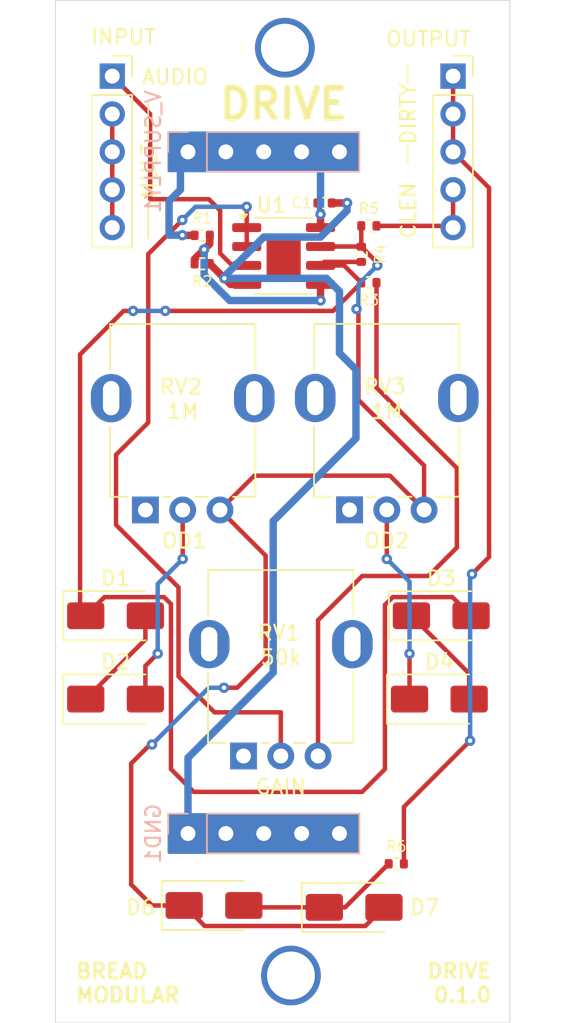
<source format=kicad_pcb>
(kicad_pcb (version 20240108) (generator "pcbnew") (generator_version "8.0")
  (layers (0 "F.Cu" signal) (31 "B.Cu" signal) (34 "B.Paste" user) (35 "F.Paste" user) (36 "B.SilkS" user "B.Silkscreen") (37 "F.SilkS" user "F.Silkscreen") (38 "B.Mask" user) (39 "F.Mask" user) (44 "Edge.Cuts" user))
  (net 0 "")
  (net 1 "GND")
  (net 2 "Net-(D1-A)")
  (net 3 "Net-(D1-K)")
  (net 4 "Net-(D2-A)")
  (net 5 "Net-(D3-K)")
  (net 6 "Net-(D4-K)")
  (net 7 "Net-(D6-A)")
  (net 8 "Net-(D6-K)")
  (net 9 "Net-(INPUT1-Pin_2)")
  (net 10 "AUDIO_IN")
  (net 11 "AUDIO_OUT_CLEAN")
  (net 12 "V_SUPPLY")
  (net 13 "AUDIO_OUT_DIRTY")
  (net 14 "V_MID")
  (net 15 "Net-(R3-Pad1)")
  (net 17 "Net-(U1A--)")
  (footprint "Package_SO:SOIC-8-1EP_3.9x4.9mm_P1.27mm_EP2.29x3mm" (layer "F.Cu") (at 62.295 57.785)
    (property "Reference" "U1" (at -0.827 -3.429 0) (layer "F.SilkS"))
    (property "Value" "MCP6002-xSN")
    (fp_line (start 0 -2.56) (end -1.95 -2.56) (stroke (width 0.12)) (layer "F.SilkS"))
    (fp_line (start 0 -2.56) (end 1.95 -2.56) (stroke (width 0.12)) (layer "F.SilkS"))
    (fp_line (start 0 2.56) (end -1.95 2.56) (stroke (width 0.12)) (layer "F.SilkS"))
    (fp_line (start 0 2.56) (end 1.95 2.56) (stroke (width 0.12)) (layer "F.SilkS"))
    (fp_poly (pts (xy -2.7 -2.465) (xy -2.94 -2.795) (xy -2.46 -2.795) (xy -2.7 -2.465)) (stroke (width 0.12)) (fill solid) (layer "F.SilkS"))
    (pad "1" smd roundrect (at -2.475 -1.905) (size 1.95 0.6) (layers "F.Cu" "F.Paste" "F.Mask") (net 17 "Net-(U1A--)"))
    (pad "2" smd roundrect (at -2.475 -0.635) (size 1.95 0.6) (layers "F.Cu" "F.Paste" "F.Mask") (net 17 "Net-(U1A--)"))
    (pad "3" smd roundrect (at -2.475 0.635) (size 1.95 0.6) (layers "F.Cu" "F.Paste" "F.Mask") (net 10 "AUDIO_IN"))
    (pad "4" smd roundrect (at -2.475 1.905) (size 1.95 0.6) (layers "F.Cu" "F.Paste" "F.Mask") (net 1 "GND"))
    (pad "5" smd roundrect (at 2.475 1.905) (size 1.95 0.6) (layers "F.Cu" "F.Paste" "F.Mask") (net 14 "V_MID"))
    (pad "6" smd roundrect (at 2.475 0.635) (size 1.95 0.6) (layers "F.Cu" "F.Paste" "F.Mask") (net 3 "Net-(D1-K)"))
    (pad "7" smd roundrect (at 2.475 -0.635) (size 1.95 0.6) (layers "F.Cu" "F.Paste" "F.Mask") (net 8 "Net-(D6-K)"))
    (pad "8" smd roundrect (at 2.475 -1.905) (size 1.95 0.6) (layers "F.Cu" "F.Paste" "F.Mask") (net 12 "V_SUPPLY"))
    (pad "9" smd rect (at 0 0) (size 2.29 3) (property pad_prop_heatsink) (layers "F.Cu" "F.Mask"))
  )
  (footprint "BreadModular_Pots:Potentiometer_RV09" (layer "F.Cu") (at 69.342 67.818)
    (property "Reference" "RV3" (at -0.254 -1.27 180) (layer "F.SilkS"))
    (property "Value" "1M" (at -0.127 0.381 180) (layer "F.SilkS"))
    (fp_line (start -5.007 6.112) (end -5.007 1.392) (stroke (width 0.12)) (layer "F.SilkS"))
    (fp_line (start -4.997 -2.418) (end -4.997 -5.478) (stroke (width 0.12)) (layer "F.SilkS"))
    (fp_line (start -3.817 6.112) (end -4.997 6.112) (stroke (width 0.12)) (layer "F.SilkS"))
    (fp_line (start -0.917 6.112) (end -1.447 6.112) (stroke (width 0.12)) (layer "F.SilkS"))
    (fp_line (start 1.533 6.112) (end 0.703 6.112) (stroke (width 0.12)) (layer "F.SilkS"))
    (fp_line (start 4.743 -5.478) (end -4.997 -5.478) (stroke (width 0.12)) (layer "F.SilkS"))
    (fp_line (start 4.743 -2.418) (end 4.743 -5.478) (stroke (width 0.12)) (layer "F.SilkS"))
    (fp_line (start 4.743 6.112) (end 3.253 6.112) (stroke (width 0.12)) (layer "F.SilkS"))
    (fp_line (start 4.743 6.112) (end 4.743 1.392) (stroke (width 0.12)) (layer "F.SilkS"))
    (pad "" thru_hole oval (at -4.927 -0.508 180) (size 2.72 3.24) (drill oval 1.1 2.3) (layers "*.Cu" "*.Mask"))
    (pad "" thru_hole oval (at 4.673 -0.508 180) (size 2.72 3.24) (drill oval 1.1 2.3) (layers "*.Cu" "*.Mask"))
    (pad "1" thru_hole rect (at -2.627 6.992 180) (size 1.8 1.8) (drill 1) (layers "*.Cu" "*.Mask"))
    (pad "2" thru_hole circle (at -0.127 6.992 180) (size 1.8 1.8) (drill 1) (layers "*.Cu" "*.Mask") (net 6 "Net-(D4-K)"))
    (pad "3" thru_hole circle (at 2.373 6.992 180) (size 1.8 1.8) (drill 1) (layers "*.Cu" "*.Mask") (net 8 "Net-(D6-K)"))
  )
  (footprint "Diode_SMD:D_SMA" (layer "F.Cu") (at 51.022 81.915)
    (property "Reference" "D1" (at 0 -2.5 0) (layer "F.SilkS"))
    (property "Value" "SS14")
    (fp_line (start -3.51 -1.65) (end -3.51 1.65) (stroke (width 0.12)) (layer "F.SilkS"))
    (fp_line (start -3.51 -1.65) (end 2 -1.65) (stroke (width 0.12)) (layer "F.SilkS"))
    (fp_line (start -3.51 1.65) (end 2 1.65) (stroke (width 0.12)) (layer "F.SilkS"))
    (pad "1" smd roundrect (at -2 0) (size 2.5 1.8) (layers "F.Cu" "F.Paste" "F.Mask") (roundrect_rratio 0.1388888889) (net 3 "Net-(D1-K)"))
    (pad "2" smd roundrect (at 2 0) (size 2.5 1.8) (layers "F.Cu" "F.Paste" "F.Mask") (roundrect_rratio 0.1388888889) (net 2 "Net-(D1-A)"))
  )
  (footprint "Diode_SMD:D_SMA" (layer "F.Cu") (at 67.024 101.473)
    (property "Reference" "D7" (at 4.731 0 0) (layer "F.SilkS"))
    (property "Value" "SS14")
    (fp_line (start -3.51 -1.65) (end -3.51 1.65) (stroke (width 0.12)) (layer "F.SilkS"))
    (fp_line (start -3.51 -1.65) (end 2 -1.65) (stroke (width 0.12)) (layer "F.SilkS"))
    (fp_line (start -3.51 1.65) (end 2 1.65) (stroke (width 0.12)) (layer "F.SilkS"))
    (pad "1" smd roundrect (at -2 0) (size 2.5 1.8) (layers "F.Cu" "F.Paste" "F.Mask") (roundrect_rratio 0.1388888889) (net 7 "Net-(D6-A)"))
    (pad "2" smd roundrect (at 2 0) (size 2.5 1.8) (layers "F.Cu" "F.Paste" "F.Mask") (roundrect_rratio 0.1388888889) (net 8 "Net-(D6-K)"))
  )
  (footprint "Resistor_SMD:R_0402_1005Metric" (layer "F.Cu") (at 56.832 58.305)
    (property "Reference" "R2" (at 0 1.185 0) (layer "F.SilkS") (effects (font (size 0.7 0.7) (thickness 0.1))))
    (property "Value" "1k")
    (fp_line (start -0.153641 -0.38) (end 0.153641 -0.38) (stroke (width 0.12)) (layer "F.SilkS"))
    (fp_line (start -0.153641 0.38) (end 0.153641 0.38) (stroke (width 0.12)) (layer "F.SilkS"))
    (pad "1" smd roundrect (at -0.51 0) (size 0.54 0.64) (layers "F.Cu" "F.Paste" "F.Mask") (net 14 "V_MID"))
    (pad "2" smd roundrect (at 0.51 0) (size 0.54 0.64) (layers "F.Cu" "F.Paste" "F.Mask") (net 1 "GND"))
  )
  (footprint "Diode_SMD:D_SMA" (layer "F.Cu") (at 57.626 101.346)
    (property "Reference" "D6" (at -4.921 0.127 0) (layer "F.SilkS"))
    (property "Value" "SS210")
    (fp_line (start -3.51 -1.65) (end -3.51 1.65) (stroke (width 0.12)) (layer "F.SilkS"))
    (fp_line (start -3.51 -1.65) (end 2 -1.65) (stroke (width 0.12)) (layer "F.SilkS"))
    (fp_line (start -3.51 1.65) (end 2 1.65) (stroke (width 0.12)) (layer "F.SilkS"))
    (pad "1" smd roundrect (at -2 0) (size 2.5 1.8) (layers "F.Cu" "F.Paste" "F.Mask") (roundrect_rratio 0.1388888889) (net 8 "Net-(D6-K)"))
    (pad "2" smd roundrect (at 2 0) (size 2.5 1.8) (layers "F.Cu" "F.Paste" "F.Mask") (roundrect_rratio 0.1388888889) (net 7 "Net-(D6-A)"))
  )
  (footprint "Connector_PinSocket_2.54mm:PinSocket_1x05_P2.54mm_Vertical" (layer "F.Cu") (at 50.8 45.72)
    (property "Reference" "INPUT1")
    (property "Value" "Conn_01x05_Socket")
    (fp_line (start -1.33 1.27) (end -1.33 11.49) (stroke (width 0.12)) (layer "F.SilkS"))
    (fp_line (start -1.33 1.27) (end 1.33 1.27) (stroke (width 0.12)) (layer "F.SilkS"))
    (fp_line (start -1.33 11.49) (end 1.33 11.49) (stroke (width 0.12)) (layer "F.SilkS"))
    (fp_line (start 0 -1.33) (end 1.33 -1.33) (stroke (width 0.12)) (layer "F.SilkS"))
    (fp_line (start 1.33 -1.33) (end 1.33 0) (stroke (width 0.12)) (layer "F.SilkS"))
    (fp_line (start 1.33 1.27) (end 1.33 11.49) (stroke (width 0.12)) (layer "F.SilkS"))
    (pad "1" thru_hole rect (at 0 0) (size 1.7 1.7) (drill 1) (layers "*.Cu" "*.Mask") (net 10 "AUDIO_IN"))
    (pad "2" thru_hole oval (at 0 2.54) (size 1.7 1.7) (drill 1) (layers "*.Cu" "*.Mask") (net 9 "Net-(INPUT1-Pin_2)"))
    (pad "3" thru_hole oval (at 0 5.08) (size 1.7 1.7) (drill 1) (layers "*.Cu" "*.Mask") (net 9 "Net-(INPUT1-Pin_2)"))
    (pad "4" thru_hole oval (at 0 7.62) (size 1.7 1.7) (drill 1) (layers "*.Cu" "*.Mask") (net 9 "Net-(INPUT1-Pin_2)"))
    (pad "5" thru_hole oval (at 0 10.16) (size 1.7 1.7) (drill 1) (layers "*.Cu" "*.Mask") (net 9 "Net-(INPUT1-Pin_2)"))
  )
  (footprint "Resistor_SMD:R_0402_1005Metric" (layer "F.Cu") (at 69.85 98.552)
    (property "Reference" "R6" (at 0 -1.17 0) (layer "F.SilkS") (effects (font (size 0.7 0.7) (thickness 0.1))))
    (property "Value" "1k")
    (fp_line (start -0.153641 -0.38) (end 0.153641 -0.38) (stroke (width 0.12)) (layer "F.SilkS"))
    (fp_line (start -0.153641 0.38) (end 0.153641 0.38) (stroke (width 0.12)) (layer "F.SilkS"))
    (pad "1" smd roundrect (at -0.51 0) (size 0.54 0.64) (layers "F.Cu" "F.Paste" "F.Mask") (net 7 "Net-(D6-A)"))
    (pad "2" smd roundrect (at 0.51 0) (size 0.54 0.64) (layers "F.Cu" "F.Paste" "F.Mask") (net 13 "AUDIO_OUT_DIRTY"))
  )
  (footprint "Diode_SMD:D_SMA" (layer "F.Cu") (at 72.866 81.915)
    (property "Reference" "D3" (at 0 -2.5 0) (layer "F.SilkS"))
    (property "Value" "SS14")
    (fp_line (start -3.51 -1.65) (end -3.51 1.65) (stroke (width 0.12)) (layer "F.SilkS"))
    (fp_line (start -3.51 -1.65) (end 2 -1.65) (stroke (width 0.12)) (layer "F.SilkS"))
    (fp_line (start -3.51 1.65) (end 2 1.65) (stroke (width 0.12)) (layer "F.SilkS"))
    (pad "1" smd roundrect (at -2 0) (size 2.5 1.8) (layers "F.Cu" "F.Paste" "F.Mask") (roundrect_rratio 0.1388888889) (net 5 "Net-(D3-K)"))
    (pad "2" smd roundrect (at 2 0) (size 2.5 1.8) (layers "F.Cu" "F.Paste" "F.Mask") (roundrect_rratio 0.1388888889) (net 3 "Net-(D1-K)"))
  )
  (footprint "BreadModular_Pots:Potentiometer_RV09" (layer "F.Cu") (at 55.652 67.828)
    (property "Reference" "RV2" (at -0.254 -1.27 180) (layer "F.SilkS"))
    (property "Value" "1M" (at -0.127 0.381 180) (layer "F.SilkS"))
    (fp_line (start -5.007 6.112) (end -5.007 1.392) (stroke (width 0.12)) (layer "F.SilkS"))
    (fp_line (start -4.997 -2.418) (end -4.997 -5.478) (stroke (width 0.12)) (layer "F.SilkS"))
    (fp_line (start -3.817 6.112) (end -4.997 6.112) (stroke (width 0.12)) (layer "F.SilkS"))
    (fp_line (start -0.917 6.112) (end -1.447 6.112) (stroke (width 0.12)) (layer "F.SilkS"))
    (fp_line (start 1.533 6.112) (end 0.703 6.112) (stroke (width 0.12)) (layer "F.SilkS"))
    (fp_line (start 4.743 -5.478) (end -4.997 -5.478) (stroke (width 0.12)) (layer "F.SilkS"))
    (fp_line (start 4.743 -2.418) (end 4.743 -5.478) (stroke (width 0.12)) (layer "F.SilkS"))
    (fp_line (start 4.743 6.112) (end 3.253 6.112) (stroke (width 0.12)) (layer "F.SilkS"))
    (fp_line (start 4.743 6.112) (end 4.743 1.392) (stroke (width 0.12)) (layer "F.SilkS"))
    (pad "" thru_hole oval (at -4.927 -0.508 180) (size 2.72 3.24) (drill oval 1.1 2.3) (layers "*.Cu" "*.Mask"))
    (pad "" thru_hole oval (at 4.673 -0.508 180) (size 2.72 3.24) (drill oval 1.1 2.3) (layers "*.Cu" "*.Mask"))
    (pad "1" thru_hole rect (at -2.627 6.992 180) (size 1.8 1.8) (drill 1) (layers "*.Cu" "*.Mask"))
    (pad "2" thru_hole circle (at -0.127 6.992 180) (size 1.8 1.8) (drill 1) (layers "*.Cu" "*.Mask") (net 4 "Net-(D2-A)"))
    (pad "3" thru_hole circle (at 2.373 6.992 180) (size 1.8 1.8) (drill 1) (layers "*.Cu" "*.Mask") (net 8 "Net-(D6-K)"))
  )
  (footprint "Resistor_SMD:R_0402_1005Metric" (layer "F.Cu") (at 67.502 57.67 90)
    (property "Reference" "R4" (at 0 1.27 90) (layer "F.SilkS") (effects (font (size 0.7 0.7) (thickness 0.1))))
    (property "Value" "51k")
    (fp_line (start -0.153641 -0.38) (end 0.153641 -0.38) (stroke (width 0.12)) (layer "F.SilkS"))
    (fp_line (start -0.153641 0.38) (end 0.153641 0.38) (stroke (width 0.12)) (layer "F.SilkS"))
    (pad "1" smd roundrect (at -0.51 0 90) (size 0.54 0.64) (layers "F.Cu" "F.Paste" "F.Mask") (net 3 "Net-(D1-K)"))
    (pad "2" smd roundrect (at 0.51 0 90) (size 0.54 0.64) (layers "F.Cu" "F.Paste" "F.Mask") (net 8 "Net-(D6-K)"))
  )
  (footprint "Resistor_SMD:R_0402_1005Metric" (layer "F.Cu") (at 68.012 55.765)
    (property "Reference" "R5" (at 0 -1.17 0) (layer "F.SilkS") (effects (font (size 0.7 0.7) (thickness 0.1))))
    (property "Value" "1k")
    (fp_line (start -0.153641 -0.38) (end 0.153641 -0.38) (stroke (width 0.12)) (layer "F.SilkS"))
    (fp_line (start -0.153641 0.38) (end 0.153641 0.38) (stroke (width 0.12)) (layer "F.SilkS"))
    (pad "1" smd roundrect (at -0.51 0) (size 0.54 0.64) (layers "F.Cu" "F.Paste" "F.Mask") (net 8 "Net-(D6-K)"))
    (pad "2" smd roundrect (at 0.51 0) (size 0.54 0.64) (layers "F.Cu" "F.Paste" "F.Mask") (net 11 "AUDIO_OUT_CLEAN"))
  )
  (footprint "Resistor_SMD:R_0402_1005Metric" (layer "F.Cu") (at 68.012 59.575 180)
    (property "Reference" "R3" (at 0 -1.17 360) (layer "F.SilkS") (effects (font (size 0.7 0.7) (thickness 0.1))))
    (property "Value" "1k")
    (fp_line (start -0.153641 0.38) (end 0.153641 0.38) (stroke (width 0.12)) (layer "F.SilkS"))
    (fp_line (start -0.153641 -0.38) (end 0.153641 -0.38) (stroke (width 0.12)) (layer "F.SilkS"))
    (pad "1" smd roundrect (at -0.51 0 180) (size 0.54 0.64) (layers "F.Cu" "F.Paste" "F.Mask") (net 15 "Net-(R3-Pad1)"))
    (pad "2" smd roundrect (at 0.51 0 180) (size 0.54 0.64) (layers "F.Cu" "F.Paste" "F.Mask") (net 3 "Net-(D1-K)"))
  )
  (footprint "Diode_SMD:D_SMA" (layer "F.Cu") (at 51.022 87.503)
    (property "Reference" "D2" (at 0 -2.5 0) (layer "F.SilkS"))
    (property "Value" "SS14")
    (fp_line (start -3.51 -1.65) (end -3.51 1.65) (stroke (width 0.12)) (layer "F.SilkS"))
    (fp_line (start -3.51 -1.65) (end 2 -1.65) (stroke (width 0.12)) (layer "F.SilkS"))
    (fp_line (start -3.51 1.65) (end 2 1.65) (stroke (width 0.12)) (layer "F.SilkS"))
    (pad "1" smd roundrect (at -2 0) (size 2.5 1.8) (layers "F.Cu" "F.Paste" "F.Mask") (roundrect_rratio 0.1388888889) (net 2 "Net-(D1-A)"))
    (pad "2" smd roundrect (at 2 0) (size 2.5 1.8) (layers "F.Cu" "F.Paste" "F.Mask") (roundrect_rratio 0.1388888889) (net 4 "Net-(D2-A)"))
  )
  (footprint "Capacitor_SMD:C_0402_1005Metric" (layer "F.Cu") (at 65.052 54.229)
    (property "Reference" "C1" (at -1.552 0 0) (layer "F.SilkS") (effects (font (size 0.7 0.7) (thickness 0.1))))
    (property "Value" "0.1uf")
    (fp_line (start -0.107836 -0.36) (end 0.107836 -0.36) (stroke (width 0.12)) (layer "F.SilkS"))
    (fp_line (start -0.107836 0.36) (end 0.107836 0.36) (stroke (width 0.12)) (layer "F.SilkS"))
    (pad "1" smd roundrect (at -0.48 0) (size 0.56 0.62) (layers "F.Cu" "F.Paste" "F.Mask") (net 12 "V_SUPPLY"))
    (pad "2" smd roundrect (at 0.48 0) (size 0.56 0.62) (layers "F.Cu" "F.Paste" "F.Mask") (net 1 "GND"))
  )
  (footprint "Connector_PinSocket_2.54mm:PinSocket_1x05_P2.54mm_Vertical" (layer "F.Cu") (at 73.66 45.72)
    (property "Reference" "OUTPUT1")
    (property "Value" "Conn_01x05_Socket")
    (fp_line (start -1.33 1.27) (end -1.33 11.49) (stroke (width 0.12)) (layer "F.SilkS"))
    (fp_line (start -1.33 1.27) (end 1.33 1.27) (stroke (width 0.12)) (layer "F.SilkS"))
    (fp_line (start -1.33 11.49) (end 1.33 11.49) (stroke (width 0.12)) (layer "F.SilkS"))
    (fp_line (start 0 -1.33) (end 1.33 -1.33) (stroke (width 0.12)) (layer "F.SilkS"))
    (fp_line (start 1.33 -1.33) (end 1.33 0) (stroke (width 0.12)) (layer "F.SilkS"))
    (fp_line (start 1.33 1.27) (end 1.33 11.49) (stroke (width 0.12)) (layer "F.SilkS"))
    (pad "1" thru_hole rect (at 0 0) (size 1.7 1.7) (drill 1) (layers "*.Cu" "*.Mask") (net 13 "AUDIO_OUT_DIRTY"))
    (pad "2" thru_hole oval (at 0 2.54) (size 1.7 1.7) (drill 1) (layers "*.Cu" "*.Mask") (net 13 "AUDIO_OUT_DIRTY"))
    (pad "3" thru_hole oval (at 0 5.08) (size 1.7 1.7) (drill 1) (layers "*.Cu" "*.Mask") (net 13 "AUDIO_OUT_DIRTY"))
    (pad "4" thru_hole oval (at 0 7.62) (size 1.7 1.7) (drill 1) (layers "*.Cu" "*.Mask") (net 11 "AUDIO_OUT_CLEAN"))
    (pad "5" thru_hole oval (at 0 10.16) (size 1.7 1.7) (drill 1) (layers "*.Cu" "*.Mask") (net 11 "AUDIO_OUT_CLEAN"))
  )
  (footprint "BreadModular_Pots:Potentiometer_RV09" (layer "F.Cu") (at 62.23 84.328)
    (property "Reference" "RV1" (at -0.254 -1.27 180) (layer "F.SilkS"))
    (property "Value" "50k" (at -0.127 0.381 180) (layer "F.SilkS"))
    (fp_line (start -5.007 6.112) (end -5.007 1.392) (stroke (width 0.12)) (layer "F.SilkS"))
    (fp_line (start -4.997 -2.418) (end -4.997 -5.478) (stroke (width 0.12)) (layer "F.SilkS"))
    (fp_line (start -3.817 6.112) (end -4.997 6.112) (stroke (width 0.12)) (layer "F.SilkS"))
    (fp_line (start -0.917 6.112) (end -1.447 6.112) (stroke (width 0.12)) (layer "F.SilkS"))
    (fp_line (start 1.533 6.112) (end 0.703 6.112) (stroke (width 0.12)) (layer "F.SilkS"))
    (fp_line (start 4.743 -5.478) (end -4.997 -5.478) (stroke (width 0.12)) (layer "F.SilkS"))
    (fp_line (start 4.743 -2.418) (end 4.743 -5.478) (stroke (width 0.12)) (layer "F.SilkS"))
    (fp_line (start 4.743 6.112) (end 3.253 6.112) (stroke (width 0.12)) (layer "F.SilkS"))
    (fp_line (start 4.743 6.112) (end 4.743 1.392) (stroke (width 0.12)) (layer "F.SilkS"))
    (pad "" thru_hole oval (at -4.927 -0.508 180) (size 2.72 3.24) (drill oval 1.1 2.3) (layers "*.Cu" "*.Mask"))
    (pad "" thru_hole oval (at 4.673 -0.508 180) (size 2.72 3.24) (drill oval 1.1 2.3) (layers "*.Cu" "*.Mask"))
    (pad "1" thru_hole rect (at -2.627 6.992 180) (size 1.8 1.8) (drill 1) (layers "*.Cu" "*.Mask"))
    (pad "2" thru_hole circle (at -0.127 6.992 180) (size 1.8 1.8) (drill 1) (layers "*.Cu" "*.Mask") (net 17 "Net-(U1A--)"))
    (pad "3" thru_hole circle (at 2.373 6.992 180) (size 1.8 1.8) (drill 1) (layers "*.Cu" "*.Mask") (net 15 "Net-(R3-Pad1)"))
  )
  (footprint "Diode_SMD:D_SMA" (layer "F.Cu") (at 72.739 87.503)
    (property "Reference" "D4" (at 0 -2.5 0) (layer "F.SilkS"))
    (property "Value" "SS14")
    (fp_line (start -3.51 -1.65) (end -3.51 1.65) (stroke (width 0.12)) (layer "F.SilkS"))
    (fp_line (start -3.51 -1.65) (end 2 -1.65) (stroke (width 0.12)) (layer "F.SilkS"))
    (fp_line (start -3.51 1.65) (end 2 1.65) (stroke (width 0.12)) (layer "F.SilkS"))
    (pad "1" smd roundrect (at -2 0) (size 2.5 1.8) (layers "F.Cu" "F.Paste" "F.Mask") (roundrect_rratio 0.1388888889) (net 6 "Net-(D4-K)"))
    (pad "2" smd roundrect (at 2 0) (size 2.5 1.8) (layers "F.Cu" "F.Paste" "F.Mask") (roundrect_rratio 0.1388888889) (net 5 "Net-(D3-K)"))
  )
  (footprint "Resistor_SMD:R_0402_1005Metric" (layer "F.Cu") (at 56.832 56.4)
    (property "Reference" "R1" (at 0 -1.17 0) (layer "F.SilkS") (effects (font (size 0.7 0.7) (thickness 0.1))))
    (property "Value" "1k")
    (fp_line (start -0.153641 -0.38) (end 0.153641 -0.38) (stroke (width 0.12)) (layer "F.SilkS"))
    (fp_line (start -0.153641 0.38) (end 0.153641 0.38) (stroke (width 0.12)) (layer "F.SilkS"))
    (pad "1" smd roundrect (at -0.51 0) (size 0.54 0.64) (layers "F.Cu" "F.Paste" "F.Mask") (net 12 "V_SUPPLY"))
    (pad "2" smd roundrect (at 0.51 0) (size 0.54 0.64) (layers "F.Cu" "F.Paste" "F.Mask") (net 14 "V_MID"))
  )
  (footprint "BreadModular_MISC:Power_Connector" (layer "B.Cu") (at 55.88 50.8 -90)
    (property "Reference" "V_SUPPLY1" (at 0 2.33 90) (layer "B.SilkS") (effects (justify mirror)))
    (property "Value" "Conn_01x05_Pin")
    (fp_line (start -1.33 1.33) (end -1.33 0) (stroke (width 0.12)) (layer "B.SilkS"))
    (fp_line (start 0 1.33) (end -1.33 1.33) (stroke (width 0.12)) (layer "B.SilkS"))
    (fp_line (start 1.33 -1.27) (end -1.33 -1.27) (stroke (width 0.12)) (layer "B.SilkS"))
    (fp_line (start -1.33 -11.49) (end -1.33 -1.27) (stroke (width 0.12)) (layer "B.SilkS"))
    (fp_line (start 1.33 -11.49) (end 1.33 -1.27) (stroke (width 0.12)) (layer "B.SilkS"))
    (fp_line (start 1.33 -11.49) (end -1.33 -11.49) (stroke (width 0.12)) (layer "B.SilkS"))
    (pad "1" thru_hole rect (at 0 0 270) (size 2 2) (drill 1) (layers "*.Cu" "*.Mask") (net 12 "V_SUPPLY"))
    (pad "2" thru_hole oval (at 0 -2.54 270) (size 2 2) (drill 1) (layers "*.Cu" "*.Mask") (net 12 "V_SUPPLY"))
    (pad "3" thru_hole oval (at 0 -5.08 270) (size 2 2) (drill 1) (layers "*.Cu" "*.Mask") (net 12 "V_SUPPLY"))
    (pad "4" thru_hole oval (at 0 -7.62 270) (size 2 2) (drill 1) (layers "*.Cu" "*.Mask") (net 12 "V_SUPPLY"))
    (pad "5" thru_hole oval (at 0 -10.16 270) (size 2 2) (drill 1) (layers "*.Cu" "*.Mask") (net 12 "V_SUPPLY"))
  )
  (footprint "BreadModular_MISC:Power_Connector" (layer "B.Cu") (at 55.88 96.52 -90)
    (property "Reference" "GND1" (at 0 2.33 90) (layer "B.SilkS") (effects (justify mirror)))
    (property "Value" "Conn_01x05_Pin")
    (fp_line (start -1.33 1.33) (end -1.33 0) (stroke (width 0.12)) (layer "B.SilkS"))
    (fp_line (start 0 1.33) (end -1.33 1.33) (stroke (width 0.12)) (layer "B.SilkS"))
    (fp_line (start 1.33 -1.27) (end -1.33 -1.27) (stroke (width 0.12)) (layer "B.SilkS"))
    (fp_line (start -1.33 -11.49) (end -1.33 -1.27) (stroke (width 0.12)) (layer "B.SilkS"))
    (fp_line (start 1.33 -11.49) (end 1.33 -1.27) (stroke (width 0.12)) (layer "B.SilkS"))
    (fp_line (start 1.33 -11.49) (end -1.33 -11.49) (stroke (width 0.12)) (layer "B.SilkS"))
    (pad "1" thru_hole rect (at 0 0 270) (size 2 2) (drill 1) (layers "*.Cu" "*.Mask") (net 1 "GND"))
    (pad "2" thru_hole oval (at 0 -2.54 270) (size 2 2) (drill 1) (layers "*.Cu" "*.Mask") (net 1 "GND"))
    (pad "3" thru_hole oval (at 0 -5.08 270) (size 2 2) (drill 1) (layers "*.Cu" "*.Mask") (net 1 "GND"))
    (pad "4" thru_hole oval (at 0 -7.62 270) (size 2 2) (drill 1) (layers "*.Cu" "*.Mask") (net 1 "GND"))
    (pad "5" thru_hole oval (at 0 -10.16 270) (size 2 2) (drill 1) (layers "*.Cu" "*.Mask") (net 1 "GND"))
  )
  (gr_poly (pts (xy 54.61 95.25) (xy 67.31 95.25) (xy 67.31 97.79) (xy 54.61 97.79)) (stroke (width 0.2)) (fill solid) (layer "B.Cu") (net 1))
  (gr_poly (pts (xy 54.61 52.07) (xy 67.31 52.07) (xy 67.31 49.53) (xy 54.61 49.53)) (stroke (width 0.2)) (fill solid) (layer "B.Cu") (net 12))
  (gr_line (start 70.612 51.562) (end 70.612 50.292) (stroke (width 0.1)) (layer "F.SilkS"))
  (gr_line (start 53.213 54.102) (end 53.213 56.642) (stroke (width 0.1)) (layer "F.SilkS"))
  (gr_line (start 53.213 50.165) (end 53.213 47.498) (stroke (width 0.1)) (layer "F.SilkS"))
  (gr_line (start 70.612 46.228) (end 70.612 44.958) (stroke (width 0.1)) (layer "F.SilkS"))
  (gr_line (start 46.99 109.22) (end 77.47 109.22) (stroke (width 0.05)) (layer "Edge.Cuts"))
  (gr_line (start 77.47 40.64) (end 46.99 40.64) (stroke (width 0.05)) (layer "Edge.Cuts"))
  (gr_line (start 46.99 40.64) (end 46.99 109.22) (stroke (width 0.05)) (layer "Edge.Cuts"))
  (gr_line (start 77.47 109.22) (end 77.47 40.64) (stroke (width 0.05)) (layer "Edge.Cuts"))
  (gr_text "OD1" (at 55.626 77.47 0) (layer "F.SilkS") (effects (font (size 1 1)) (justify bottom)))
  (gr_text "MULT" (at 53.848 52.07 90) (layer "F.SilkS") (effects (font (size 1 1)) (justify bottom)))
  (gr_text "CLEN" (at 71.247 54.737 90) (layer "F.SilkS") (effects (font (size 1 1)) (justify bottom)))
  (gr_text "INPUT" (at 49.276 43.688 0) (layer "F.SilkS") (effects (font (size 1 1)) (justify left bottom)))
  (gr_text "DRIVE\n0.1.0" (at 76.327 107.95 0) (layer "F.SilkS") (effects (font (size 1 1) (thickness 0.2) (bold yes)) (justify right bottom)))
  (gr_text "DRIVE" (at 57.785 48.768 0) (layer "F.SilkS") (effects (font (size 2 2) (thickness 0.4) (bold yes)) (justify left bottom)))
  (gr_text "OD2" (at 69.215 77.47 0) (layer "F.SilkS") (effects (font (size 1 1)) (justify bottom)))
  (gr_text "AUDIO" (at 52.705 46.355 0) (layer "F.SilkS") (effects (font (size 1 1)) (justify left bottom)))
  (gr_text "GAIN" (at 62.103 93.98 0) (layer "F.SilkS") (effects (font (size 1 1)) (justify bottom)))
  (gr_text "OUTPUT" (at 74.93 43.815 0) (layer "F.SilkS") (effects (font (size 1 1)) (justify right bottom)))
  (gr_text "DIRTY" (at 71.247 48.26 90) (layer "F.SilkS") (effects (font (size 1 1)) (justify bottom)))
  (gr_text "BREAD\nMODULAR" (at 48.26 107.95 0) (layer "F.SilkS") (effects (font (size 1 1) (thickness 0.2) (bold yes)) (justify left bottom)))
  (via (at 62.37758 43.815) (size 4) (drill 3.2) (layers "F.Cu" "B.Cu") (net 0))
  (via (at 62.784908 106.045) (size 4) (drill 3.2) (layers "F.Cu" "B.Cu") (net 0))
  (via (at 62.37758 43.815) (size 4) (drill 3.2) (layers "F.Cu" "B.Cu") (net 0))
  (via (at 62.784908 106.045) (size 4) (drill 3.2) (layers "F.Cu" "B.Cu") (net 0))
  (via (at 62.784908 106.045) (size 4) (drill 3.2) (layers "F.Cu" "B.Cu") (net 0))
  (via (at 62.784908 106.045) (size 4) (drill 3.2) (layers "F.Cu" "B.Cu") (net 0))
  (via (at 62.37758 43.815) (size 4) (drill 3.2) (layers "F.Cu" "B.Cu") (net 0))
  (via (at 62.37758 43.815) (size 4) (drill 3.2) (layers "F.Cu" "B.Cu") (net 0))
  (segment (start 65.532 54.229) (end 66.548 54.229) (width 0.5) (layer "F.Cu") (net 1))
  (segment (start 55.88 96.52) (end 66.04 96.52) (width 0.5) (layer "F.Cu") (net 1))
  (segment (start 57.342 58.305) (end 58.3195 59.2825) (width 0.5) (layer "F.Cu") (net 1))
  (segment (start 58.727 59.69) (end 59.82 59.69) (width 0.5) (layer "F.Cu") (net 1))
  (segment (start 58.3195 59.2825) (end 58.727 59.69) (width 0.5) (layer "F.Cu") (net 1))
  (via (at 58.3195 59.2825) (size 0.7) (drill 0.3) (layers "F.Cu" "B.Cu") (net 1))
  (via (at 66.548 54.229) (size 0.7) (drill 0.3) (layers "F.Cu" "B.Cu") (net 1))
  (segment (start 61.595 75.565) (end 61.595 85.725) (width 0.5) (layer "B.Cu") (net 1))
  (segment (start 58.3195 59.2825) (end 65.164727 59.2825) (width 0.5) (layer "B.Cu") (net 1))
  (segment (start 65.164727 59.2825) (end 66.04 60.157773) (width 0.5) (layer "B.Cu") (net 1))
  (segment (start 66.548 54.229) (end 66.548 54.737) (width 0.5) (layer "B.Cu") (net 1))
  (segment (start 66.04 60.157773) (end 66.04 64.299) (width 0.5) (layer "B.Cu") (net 1))
  (segment (start 60.96 56.515) (end 58.3195 59.1555) (width 0.5) (layer "B.Cu") (net 1))
  (segment (start 55.88 91.44) (end 55.88 96.52) (width 0.5) (layer "B.Cu") (net 1))
  (segment (start 61.595 85.725) (end 55.88 91.44) (width 0.5) (layer "B.Cu") (net 1))
  (segment (start 66.548 54.737) (end 64.77 56.515) (width 0.5) (layer "B.Cu") (net 1))
  (segment (start 67.146 70.014) (end 61.595 75.565) (width 0.5) (layer "B.Cu") (net 1))
  (segment (start 67.146 65.405) (end 67.146 70.014) (width 0.5) (layer "B.Cu") (net 1))
  (segment (start 58.3195 59.1555) (end 58.3195 59.2825) (width 0.5) (layer "B.Cu") (net 1))
  (segment (start 66.04 64.299) (end 67.146 65.405) (width 0.5) (layer "B.Cu") (net 1))
  (segment (start 64.77 56.515) (end 60.96 56.515) (width 0.5) (layer "B.Cu") (net 1))
  (segment (start 53.022 81.915) (end 53.022 83.503) (width 0.3) (layer "F.Cu") (net 2))
  (segment (start 53.022 83.503) (end 49.022 87.503) (width 0.3) (layer "F.Cu") (net 2))
  (segment (start 67.502 58.18) (end 65.01 58.18) (width 0.3) (layer "F.Cu") (net 3))
  (segment (start 69.610544 80.665) (end 73.616 80.665) (width 0.3) (layer "F.Cu") (net 3))
  (segment (start 48.641 81.534) (end 49.022 81.915) (width 0.3) (layer "F.Cu") (net 3))
  (segment (start 52.197 61.468) (end 51.562 61.468) (width 0.3) (layer "F.Cu") (net 3))
  (segment (start 54.356 61.468) (end 65.609 61.468) (width 0.3) (layer "F.Cu") (net 3))
  (segment (start 49.022 81.915) (end 50.272 80.665) (width 0.3) (layer "F.Cu") (net 3))
  (segment (start 48.641 64.389) (end 48.641 81.534) (width 0.3) (layer "F.Cu") (net 3))
  (segment (start 54.737 92.202) (end 56.261 93.726) (width 0.3) (layer "F.Cu") (net 3))
  (segment (start 67.502 59.575) (end 66.347 58.42) (width 0.3) (layer "F.Cu") (net 3))
  (segment (start 56.261 93.726) (end 67.564 93.726) (width 0.3) (layer "F.Cu") (net 3))
  (segment (start 51.562 61.468) (end 48.641 64.389) (width 0.3) (layer "F.Cu") (net 3))
  (segment (start 67.564 93.726) (end 69.088 92.202) (width 0.3) (layer "F.Cu") (net 3))
  (segment (start 50.272 80.665) (end 54.277456 80.665) (width 0.3) (layer "F.Cu") (net 3))
  (segment (start 65.01 58.18) (end 64.77 58.42) (width 0.3) (layer "F.Cu") (net 3))
  (segment (start 65.609 61.468) (end 67.502 59.575) (width 0.3) (layer "F.Cu") (net 3))
  (segment (start 54.277456 80.665) (end 54.737 81.124544) (width 0.3) (layer "F.Cu") (net 3))
  (segment (start 73.616 80.665) (end 74.866 81.915) (width 0.3) (layer "F.Cu") (net 3))
  (segment (start 54.737 81.124544) (end 54.737 92.202) (width 0.3) (layer "F.Cu") (net 3))
  (segment (start 69.088 92.202) (end 69.088 81.187544) (width 0.3) (layer "F.Cu") (net 3))
  (segment (start 66.347 58.42) (end 64.77 58.42) (width 0.3) (layer "F.Cu") (net 3))
  (segment (start 69.088 81.187544) (end 69.610544 80.665) (width 0.3) (layer "F.Cu") (net 3))
  (via (at 54.356 61.468) (size 0.7) (drill 0.3) (layers "F.Cu" "B.Cu") (net 3))
  (via (at 52.197 61.468) (size 0.7) (drill 0.3) (layers "F.Cu" "B.Cu") (net 3))
  (segment (start 52.197 61.468) (end 54.356 61.468) (width 0.3) (layer "B.Cu") (net 3))
  (segment (start 53.022 87.503) (end 53.022 85.281) (width 0.3) (layer "F.Cu") (net 4))
  (segment (start 55.525 78.105) (end 55.525 74.82) (width 0.3) (layer "F.Cu") (net 4))
  (segment (start 53.022 85.281) (end 53.848 84.455) (width 0.3) (layer "F.Cu") (net 4))
  (via (at 53.848 84.455) (size 0.7) (drill 0.3) (layers "F.Cu" "B.Cu") (net 4))
  (via (at 55.525 78.105) (size 0.7) (drill 0.3) (layers "F.Cu" "B.Cu") (net 4))
  (segment (start 55.525 78.105) (end 53.848 79.782) (width 0.3) (layer "B.Cu") (net 4))
  (segment (start 53.848 79.782) (end 53.848 84.455) (width 0.3) (layer "B.Cu") (net 4))
  (segment (start 74.739 87.503) (end 74.739 85.788) (width 0.3) (layer "F.Cu") (net 5))
  (segment (start 74.739 85.788) (end 70.866 81.915) (width 0.3) (layer "F.Cu") (net 5))
  (segment (start 69.215 78.105) (end 69.215 74.81) (width 0.3) (layer "F.Cu") (net 6))
  (segment (start 70.739 87.503) (end 70.739 84.455) (width 0.3) (layer "F.Cu") (net 6))
  (via (at 69.215 78.105) (size 0.7) (drill 0.3) (layers "F.Cu" "B.Cu") (net 6))
  (via (at 70.739 84.455) (size 0.7) (drill 0.3) (layers "F.Cu" "B.Cu") (net 6))
  (segment (start 69.215 78.105) (end 70.739 79.629) (width 0.3) (layer "B.Cu") (net 6))
  (segment (start 70.739 79.629) (end 70.739 84.455) (width 0.3) (layer "B.Cu") (net 6))
  (segment (start 65.024 101.473) (end 66.419 101.473) (width 0.3) (layer "F.Cu") (net 7))
  (segment (start 65.024 101.473) (end 59.753 101.473) (width 0.3) (layer "F.Cu") (net 7))
  (segment (start 59.753 101.473) (end 59.626 101.346) (width 0.3) (layer "F.Cu") (net 7))
  (segment (start 66.419 101.473) (end 69.34 98.552) (width 0.3) (layer "F.Cu") (net 7))
  (segment (start 71.715 74.81) (end 69.422 72.517) (width 0.3) (layer "F.Cu") (net 8))
  (segment (start 71.715 71.842) (end 68.961 69.088) (width 0.3) (layer "F.Cu") (net 8))
  (segment (start 67.31 61.468) (end 67.183 61.341) (width 0.3) (layer "F.Cu") (net 8))
  (segment (start 68.58 58.238) (end 67.502 57.16) (width 0.3) (layer "F.Cu") (net 8))
  (segment (start 67.31 66.548) (end 67.31 61.468) (width 0.3) (layer "F.Cu") (net 8))
  (segment (start 60.328 72.517) (end 58.025 74.82) (width 0.3) (layer "F.Cu") (net 8))
  (segment (start 68.961 69.088) (end 67.31 67.437) (width 0.3) (layer "F.Cu") (net 8))
  (segment (start 52.07 91.821) (end 53.34 90.551) (width 0.3) (layer "F.Cu") (net 8))
  (segment (start 67.774 102.723) (end 57.003 102.723) (width 0.3) (layer "F.Cu") (net 8))
  (segment (start 53.34 90.551) (end 53.467 90.551) (width 0.3) (layer "F.Cu") (net 8))
  (segment (start 67.492 57.15) (end 67.502 57.16) (width 0.3) (layer "F.Cu") (net 8))
  (segment (start 57.003 102.723) (end 55.626 101.346) (width 0.3) (layer "F.Cu") (net 8))
  (segment (start 52.07 99.949) (end 52.07 91.821) (width 0.3) (layer "F.Cu") (net 8))
  (segment (start 67.31 67.437) (end 67.31 66.548) (width 0.3) (layer "F.Cu") (net 8))
  (segment (start 68.58 58.42) (end 68.58 58.238) (width 0.3) (layer "F.Cu") (net 8))
  (segment (start 61.087 77.882) (end 58.025 74.82) (width 0.3) (layer "F.Cu") (net 8))
  (segment (start 69.422 72.517) (end 60.328 72.517) (width 0.3) (layer "F.Cu") (net 8))
  (segment (start 64.77 57.15) (end 67.492 57.15) (width 0.3) (layer "F.Cu") (net 8))
  (segment (start 53.467 101.346) (end 52.07 99.949) (width 0.3) (layer "F.Cu") (net 8))
  (segment (start 58.293 86.741) (end 59.182 86.741) (width 0.3) (layer "F.Cu") (net 8))
  (segment (start 71.715 74.81) (end 71.715 71.842) (width 0.3) (layer "F.Cu") (net 8))
  (segment (start 69.024 101.473) (end 67.774 102.723) (width 0.3) (layer "F.Cu") (net 8))
  (segment (start 55.626 101.346) (end 53.467 101.346) (width 0.3) (layer "F.Cu") (net 8))
  (segment (start 59.182 86.741) (end 61.087 84.836) (width 0.3) (layer "F.Cu") (net 8))
  (segment (start 61.087 84.836) (end 61.087 77.882) (width 0.3) (layer "F.Cu") (net 8))
  (segment (start 67.502 57.16) (end 67.502 55.765) (width 0.3) (layer "F.Cu") (net 8))
  (via (at 58.293 86.741) (size 0.7) (drill 0.3) (layers "F.Cu" "B.Cu") (net 8))
  (via (at 68.58 58.42) (size 0.7) (drill 0.3) (layers "F.Cu" "B.Cu") (net 8))
  (via (at 53.467 90.551) (size 0.7) (drill 0.3) (layers "F.Cu" "B.Cu") (net 8))
  (via (at 67.183 61.341) (size 0.7) (drill 0.3) (layers "F.Cu" "B.Cu") (net 8))
  (segment (start 67.31 59.69) (end 68.58 58.42) (width 0.3) (layer "B.Cu") (net 8))
  (segment (start 53.467 90.551) (end 57.277 86.741) (width 0.3) (layer "B.Cu") (net 8))
  (segment (start 67.183 61.341) (end 67.31 61.214) (width 0.3) (layer "B.Cu") (net 8))
  (segment (start 67.31 61.214) (end 67.31 59.69) (width 0.3) (layer "B.Cu") (net 8))
  (segment (start 57.277 86.741) (end 58.293 86.741) (width 0.3) (layer "B.Cu") (net 8))
  (segment (start 50.8 48.26) (end 50.8 55.88) (width 0.3) (layer "F.Cu") (net 9))
  (segment (start 58.039 54.737) (end 58.039 57.613999) (width 0.3) (layer "F.Cu") (net 10))
  (segment (start 58.039 57.613999) (end 58.845001 58.42) (width 0.3) (layer "F.Cu") (net 10))
  (segment (start 53.34 53.975) (end 57.277 53.975) (width 0.3) (layer "F.Cu") (net 10))
  (segment (start 58.845001 58.42) (end 59.82 58.42) (width 0.3) (layer "F.Cu") (net 10))
  (segment (start 53.34 48.26) (end 53.34 53.975) (width 0.3) (layer "F.Cu") (net 10))
  (segment (start 50.8 45.72) (end 53.34 48.26) (width 0.3) (layer "F.Cu") (net 10))
  (segment (start 57.277 53.975) (end 58.039 54.737) (width 0.3) (layer "F.Cu") (net 10))
  (segment (start 73.545 55.765) (end 73.66 55.88) (width 0.3) (layer "F.Cu") (net 11))
  (segment (start 73.66 55.88) (end 73.66 53.34) (width 0.3) (layer "F.Cu") (net 11))
  (segment (start 68.522 55.765) (end 73.545 55.765) (width 0.3) (layer "F.Cu") (net 11))
  (segment (start 56.322 56.4) (end 55.511 56.4) (width 0.5) (layer "F.Cu") (net 12))
  (segment (start 64.77 54.427) (end 64.572 54.229) (width 0.5) (layer "F.Cu") (net 12))
  (segment (start 64.77 54.991) (end 64.77 54.427) (width 0.5) (layer "F.Cu") (net 12))
  (segment (start 55.88 50.8) (end 66.04 50.8) (width 0.5) (layer "F.Cu") (net 12))
  (segment (start 55.511 56.4) (end 55.499 56.388) (width 0.5) (layer "F.Cu") (net 12))
  (segment (start 64.77 55.88) (end 64.77 54.991) (width 0.5) (layer "F.Cu") (net 12))
  (via (at 64.77 54.991) (size 0.7) (drill 0.3) (layers "F.Cu" "B.Cu") (net 12))
  (via (at 55.499 56.388) (size 0.7) (drill 0.3) (layers "F.Cu" "B.Cu") (net 12))
  (segment (start 55.372 53.34) (end 55.372 51.308) (width 0.5) (layer "B.Cu") (net 12))
  (segment (start 64.77 54.991) (end 64.77 52.07) (width 0.5) (layer "B.Cu") (net 12))
  (segment (start 54.61 56.388) (end 54.61 54.102) (width 0.5) (layer "B.Cu") (net 12))
  (segment (start 55.372 51.308) (end 55.88 50.8) (width 0.5) (layer "B.Cu") (net 12))
  (segment (start 55.499 56.388) (end 54.61 56.388) (width 0.5) (layer "B.Cu") (net 12))
  (segment (start 64.77 52.07) (end 63.5 50.8) (width 0.5) (layer "B.Cu") (net 12))
  (segment (start 54.61 54.102) (end 55.372 53.34) (width 0.5) (layer "B.Cu") (net 12))
  (segment (start 74.93 79.121) (end 76.073 77.978) (width 0.3) (layer "F.Cu") (net 13))
  (segment (start 73.66 45.72) (end 73.66 50.8) (width 0.3) (layer "F.Cu") (net 13))
  (segment (start 76.073 77.978) (end 76.073 53.213) (width 0.3) (layer "F.Cu") (net 13))
  (segment (start 70.36 94.74) (end 74.803 90.297) (width 0.3) (layer "F.Cu") (net 13))
  (segment (start 76.073 53.213) (end 73.66 50.8) (width 0.3) (layer "F.Cu") (net 13))
  (segment (start 70.36 98.552) (end 70.36 94.74) (width 0.3) (layer "F.Cu") (net 13))
  (via (at 74.803 90.297) (size 0.7) (drill 0.3) (layers "F.Cu" "B.Cu") (net 13))
  (via (at 74.93 79.121) (size 0.7) (drill 0.3) (layers "F.Cu" "B.Cu") (net 13))
  (segment (start 74.803 79.248) (end 74.93 79.121) (width 0.3) (layer "B.Cu") (net 13))
  (segment (start 74.803 90.297) (end 74.803 79.248) (width 0.3) (layer "B.Cu") (net 13))
  (segment (start 56.963001 57.344) (end 57.342 56.965001) (width 0.5) (layer "F.Cu") (net 14))
  (segment (start 56.322 57.985001) (end 56.963 57.344001) (width 0.5) (layer "F.Cu") (net 14))
  (segment (start 56.322 58.305) (end 56.322 57.985001) (width 0.5) (layer "F.Cu") (net 14))
  (segment (start 57.342 56.965001) (end 57.342 56.4) (width 0.5) (layer "F.Cu") (net 14))
  (segment (start 56.963 57.344001) (end 56.963001 57.344001) (width 0.5) (layer "F.Cu") (net 14))
  (segment (start 56.963001 57.344001) (end 56.963001 57.344) (width 0.5) (layer "F.Cu") (net 14))
  (segment (start 64.77 59.69) (end 64.77 60.768) (width 0.5) (layer "F.Cu") (net 14))
  (via (at 64.77 60.768) (size 0.7) (drill 0.3) (layers "F.Cu" "B.Cu") (net 14))
  (via (at 56.963001 57.344001) (size 0.7) (drill 0.3) (layers "F.Cu" "B.Cu") (net 14))
  (segment (start 58.673629 60.768) (end 56.963001 59.057372) (width 0.5) (layer "B.Cu") (net 14))
  (segment (start 56.963001 59.057372) (end 56.963001 57.344001) (width 0.5) (layer "B.Cu") (net 14))
  (segment (start 64.77 60.768) (end 58.673629 60.768) (width 0.5) (layer "B.Cu") (net 14))
  (segment (start 64.603 91.32) (end 64.603 82.209) (width 0.3) (layer "F.Cu") (net 15))
  (segment (start 68.522 66.617) (end 68.522 59.575) (width 0.3) (layer "F.Cu") (net 15))
  (segment (start 73.914 77.343) (end 73.914 72.009) (width 0.3) (layer "F.Cu") (net 15))
  (segment (start 72.009 79.248) (end 73.914 77.343) (width 0.3) (layer "F.Cu") (net 15))
  (segment (start 73.914 72.009) (end 68.522 66.617) (width 0.3) (layer "F.Cu") (net 15))
  (segment (start 64.603 82.209) (end 67.564 79.248) (width 0.3) (layer "F.Cu") (net 15))
  (segment (start 67.564 79.248) (end 72.009 79.248) (width 0.3) (layer "F.Cu") (net 15))
  (segment (start 55.245 80.01) (end 55.245 85.979) (width 0.3) (layer "F.Cu") (net 17))
  (segment (start 53.213 68.961) (end 51.054 71.12) (width 0.3) (layer "F.Cu") (net 17))
  (segment (start 62.103 88.392) (end 62.103 91.32) (width 0.3) (layer "F.Cu") (net 17))
  (segment (start 59.82 54.486) (end 59.817 54.483) (width 0.3) (layer "F.Cu") (net 17))
  (segment (start 55.245 85.979) (end 57.658 88.392) (width 0.3) (layer "F.Cu") (net 17))
  (segment (start 51.054 75.819) (end 55.245 80.01) (width 0.3) (layer "F.Cu") (net 17))
  (segment (start 55.499 55.372) (end 53.213 57.658) (width 0.3) (layer "F.Cu") (net 17))
  (segment (start 57.658 88.392) (end 62.103 88.392) (width 0.3) (layer "F.Cu") (net 17))
  (segment (start 59.82 55.88) (end 59.82 57.15) (width 0.3) (layer "F.Cu") (net 17))
  (segment (start 59.82 55.88) (end 59.82 54.486) (width 0.3) (layer "F.Cu") (net 17))
  (segment (start 53.213 57.658) (end 53.213 68.961) (width 0.3) (layer "F.Cu") (net 17))
  (segment (start 51.054 71.12) (end 51.054 75.819) (width 0.3) (layer "F.Cu") (net 17))
  (via (at 59.817 54.483) (size 0.7) (drill 0.3) (layers "F.Cu" "B.Cu") (net 17))
  (via (at 55.499 55.372) (size 0.7) (drill 0.3) (layers "F.Cu" "B.Cu") (net 17))
  (segment (start 59.817 54.483) (end 56.388 54.483) (width 0.3) (layer "B.Cu") (net 17))
  (segment (start 56.388 54.483) (end 55.499 55.372) (width 0.3) (layer "B.Cu") (net 17))
)
</source>
